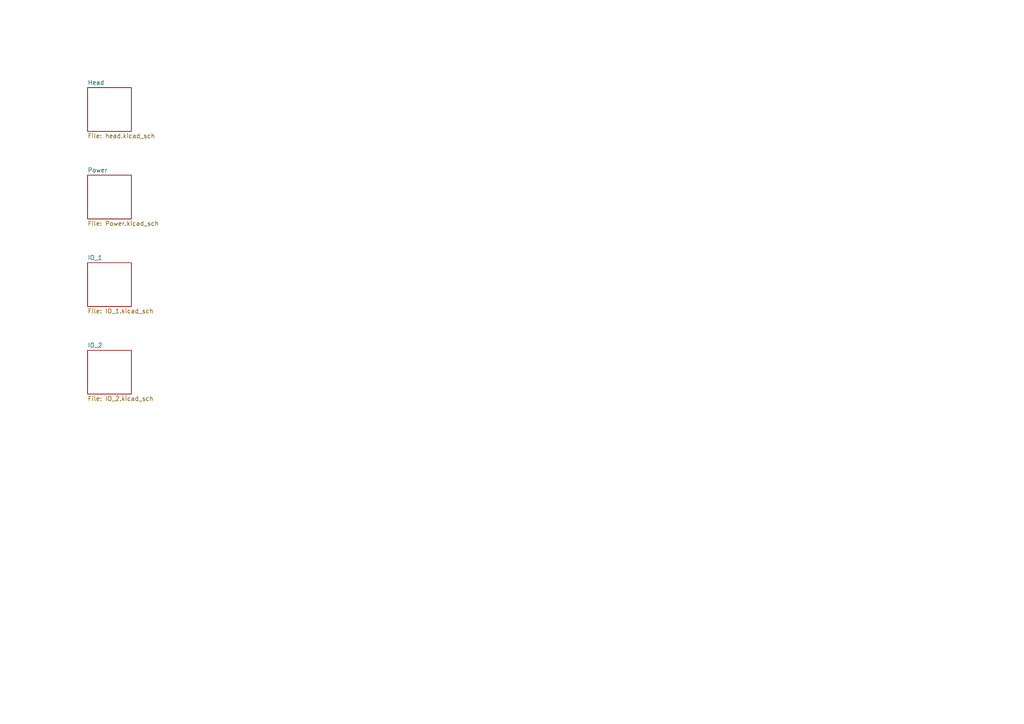
<source format=kicad_sch>
(kicad_sch (version 20230121) (generator eeschema)

  (uuid a111090e-280b-4aae-9363-121253cfd383)

  (paper "A4")

  (lib_symbols
  )


  (sheet (at 25.4 76.2) (size 12.7 12.7) (fields_autoplaced)
    (stroke (width 0.1524) (type solid))
    (fill (color 0 0 0 0.0000))
    (uuid 01047a1e-c387-44ec-a11e-c43241f7266d)
    (property "Sheetname" "IO_1" (at 25.4 75.4884 0)
      (effects (font (size 1.27 1.27)) (justify left bottom))
    )
    (property "Sheetfile" "IO_1.kicad_sch" (at 25.4 89.4846 0)
      (effects (font (size 1.27 1.27)) (justify left top))
    )
    (instances
      (project "Head_board_V1"
        (path "/a111090e-280b-4aae-9363-121253cfd383" (page "4"))
      )
    )
  )

  (sheet (at 25.4 25.4) (size 12.7 12.7) (fields_autoplaced)
    (stroke (width 0.1524) (type solid))
    (fill (color 0 0 0 0.0000))
    (uuid 6be4266a-de47-4e42-b58a-31179493abe1)
    (property "Sheetname" "Head" (at 25.4 24.6884 0)
      (effects (font (size 1.27 1.27)) (justify left bottom))
    )
    (property "Sheetfile" "head.kicad_sch" (at 25.4 38.6846 0)
      (effects (font (size 1.27 1.27)) (justify left top))
    )
    (instances
      (project "Head_board_V1"
        (path "/a111090e-280b-4aae-9363-121253cfd383" (page "3"))
      )
    )
  )

  (sheet (at 25.4 101.6) (size 12.7 12.7) (fields_autoplaced)
    (stroke (width 0.1524) (type solid))
    (fill (color 0 0 0 0.0000))
    (uuid 735d4b95-3166-426f-93fe-5abc4cf85832)
    (property "Sheetname" "IO_2" (at 25.4 100.8884 0)
      (effects (font (size 1.27 1.27)) (justify left bottom))
    )
    (property "Sheetfile" "IO_2.kicad_sch" (at 25.4 114.8846 0)
      (effects (font (size 1.27 1.27)) (justify left top))
    )
    (instances
      (project "Head_board_V1"
        (path "/a111090e-280b-4aae-9363-121253cfd383" (page "5"))
      )
    )
  )

  (sheet (at 25.4 50.8) (size 12.7 12.7) (fields_autoplaced)
    (stroke (width 0.1524) (type solid))
    (fill (color 0 0 0 0.0000))
    (uuid c303e7d5-793c-4158-860f-25a623b1f3cb)
    (property "Sheetname" "Power" (at 25.4 50.0884 0)
      (effects (font (size 1.27 1.27)) (justify left bottom))
    )
    (property "Sheetfile" "Power.kicad_sch" (at 25.4 64.0846 0)
      (effects (font (size 1.27 1.27)) (justify left top))
    )
    (instances
      (project "Head_board_V1"
        (path "/a111090e-280b-4aae-9363-121253cfd383" (page "5"))
      )
    )
  )

  (sheet_instances
    (path "/" (page "1"))
  )
)

</source>
